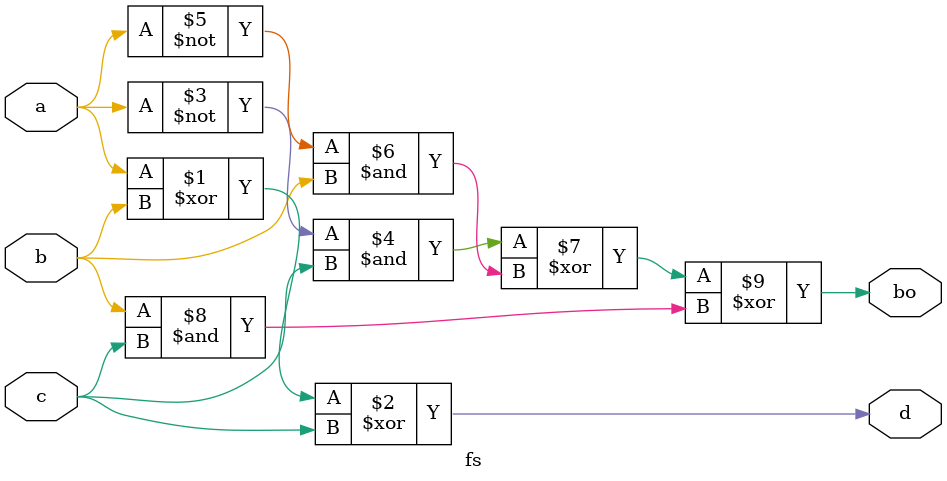
<source format=v>
`timescale 1ns / 1ps

module fs(a,b,c,d,bo

    );
    input a,b,c;
    output d,bo;
    assign d=a^b^c;
    assign bo=(~a&c)^(~a&b)^(b&c);
endmodule

</source>
